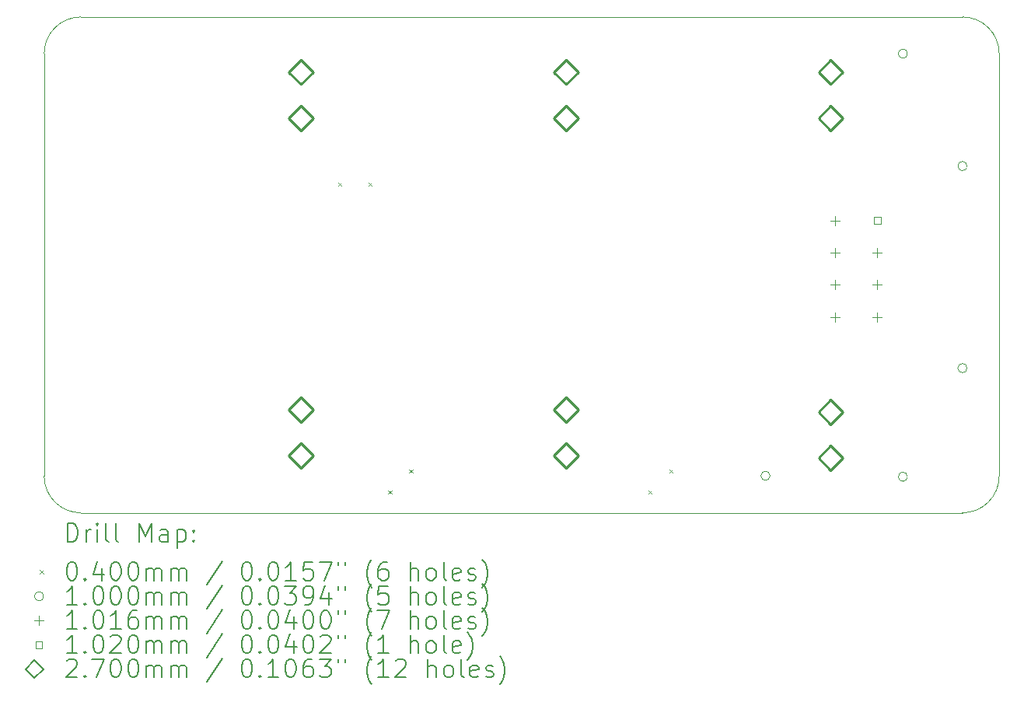
<source format=gbr>
%TF.GenerationSoftware,KiCad,Pcbnew,7.0.7*%
%TF.CreationDate,2024-03-23T22:08:52-05:00*%
%TF.ProjectId,Turret,54757272-6574-42e6-9b69-6361645f7063,rev?*%
%TF.SameCoordinates,Original*%
%TF.FileFunction,Drillmap*%
%TF.FilePolarity,Positive*%
%FSLAX45Y45*%
G04 Gerber Fmt 4.5, Leading zero omitted, Abs format (unit mm)*
G04 Created by KiCad (PCBNEW 7.0.7) date 2024-03-23 22:08:52*
%MOMM*%
%LPD*%
G01*
G04 APERTURE LIST*
%ADD10C,0.100000*%
%ADD11C,0.200000*%
%ADD12C,0.040000*%
%ADD13C,0.101600*%
%ADD14C,0.102000*%
%ADD15C,0.270000*%
G04 APERTURE END LIST*
D10*
X4045000Y-8410000D02*
X4045000Y-3810000D01*
X14445000Y-3810000D02*
X14445000Y-8410000D01*
X4445000Y-3410000D02*
G75*
G03*
X4045000Y-3810000I0J-400000D01*
G01*
X14045000Y-8810000D02*
X4445000Y-8810000D01*
X4445000Y-3410000D02*
X14045000Y-3410000D01*
X14045000Y-8810000D02*
G75*
G03*
X14445000Y-8410000I0J400000D01*
G01*
X4045000Y-8410000D02*
G75*
G03*
X4445000Y-8810000I400000J0D01*
G01*
X14445000Y-3810000D02*
G75*
G03*
X14045000Y-3410000I-400000J0D01*
G01*
D11*
D12*
X7244400Y-5212400D02*
X7284400Y-5252400D01*
X7284400Y-5212400D02*
X7244400Y-5252400D01*
X7574600Y-5212400D02*
X7614600Y-5252400D01*
X7614600Y-5212400D02*
X7574600Y-5252400D01*
X7790500Y-8565200D02*
X7830500Y-8605200D01*
X7830500Y-8565200D02*
X7790500Y-8605200D01*
X8019100Y-8336600D02*
X8059100Y-8376600D01*
X8059100Y-8336600D02*
X8019100Y-8376600D01*
X10622600Y-8565200D02*
X10662600Y-8605200D01*
X10662600Y-8565200D02*
X10622600Y-8605200D01*
X10851200Y-8336600D02*
X10891200Y-8376600D01*
X10891200Y-8336600D02*
X10851200Y-8376600D01*
D10*
X11949900Y-8407400D02*
G75*
G03*
X11949900Y-8407400I-50000J0D01*
G01*
X13445960Y-3810000D02*
G75*
G03*
X13445960Y-3810000I-50000J0D01*
G01*
X13445960Y-8417560D02*
G75*
G03*
X13445960Y-8417560I-50000J0D01*
G01*
X14095000Y-5034280D02*
G75*
G03*
X14095000Y-5034280I-50000J0D01*
G01*
X14095000Y-7233920D02*
G75*
G03*
X14095000Y-7233920I-50000J0D01*
G01*
D13*
X12658800Y-5575800D02*
X12658800Y-5677400D01*
X12608000Y-5626600D02*
X12709600Y-5626600D01*
X12658800Y-5925800D02*
X12658800Y-6027400D01*
X12608000Y-5976600D02*
X12709600Y-5976600D01*
X12658800Y-6275800D02*
X12658800Y-6377400D01*
X12608000Y-6326600D02*
X12709600Y-6326600D01*
X12658800Y-6625800D02*
X12658800Y-6727400D01*
X12608000Y-6676600D02*
X12709600Y-6676600D01*
X13118800Y-5925800D02*
X13118800Y-6027400D01*
X13068000Y-5976600D02*
X13169600Y-5976600D01*
X13118800Y-6275800D02*
X13118800Y-6377400D01*
X13068000Y-6326600D02*
X13169600Y-6326600D01*
X13118800Y-6625800D02*
X13118800Y-6727400D01*
X13068000Y-6676600D02*
X13169600Y-6676600D01*
D14*
X13154863Y-5662663D02*
X13154863Y-5590537D01*
X13082737Y-5590537D01*
X13082737Y-5662663D01*
X13154863Y-5662663D01*
D15*
X6839360Y-4144000D02*
X6974360Y-4009000D01*
X6839360Y-3874000D01*
X6704360Y-4009000D01*
X6839360Y-4144000D01*
X6839360Y-4644000D02*
X6974360Y-4509000D01*
X6839360Y-4374000D01*
X6704360Y-4509000D01*
X6839360Y-4644000D01*
X6839360Y-7822700D02*
X6974360Y-7687700D01*
X6839360Y-7552700D01*
X6704360Y-7687700D01*
X6839360Y-7822700D01*
X6839360Y-8322700D02*
X6974360Y-8187700D01*
X6839360Y-8052700D01*
X6704360Y-8187700D01*
X6839360Y-8322700D01*
X9725080Y-4144000D02*
X9860080Y-4009000D01*
X9725080Y-3874000D01*
X9590080Y-4009000D01*
X9725080Y-4144000D01*
X9725080Y-4644000D02*
X9860080Y-4509000D01*
X9725080Y-4374000D01*
X9590080Y-4509000D01*
X9725080Y-4644000D01*
X9725080Y-7822700D02*
X9860080Y-7687700D01*
X9725080Y-7552700D01*
X9590080Y-7687700D01*
X9725080Y-7822700D01*
X9725080Y-8322700D02*
X9860080Y-8187700D01*
X9725080Y-8052700D01*
X9590080Y-8187700D01*
X9725080Y-8322700D01*
X12610800Y-4144000D02*
X12745800Y-4009000D01*
X12610800Y-3874000D01*
X12475800Y-4009000D01*
X12610800Y-4144000D01*
X12610800Y-4644000D02*
X12745800Y-4509000D01*
X12610800Y-4374000D01*
X12475800Y-4509000D01*
X12610800Y-4644000D01*
X12610800Y-7848400D02*
X12745800Y-7713400D01*
X12610800Y-7578400D01*
X12475800Y-7713400D01*
X12610800Y-7848400D01*
X12610800Y-8348400D02*
X12745800Y-8213400D01*
X12610800Y-8078400D01*
X12475800Y-8213400D01*
X12610800Y-8348400D01*
D11*
X4300777Y-9126484D02*
X4300777Y-8926484D01*
X4300777Y-8926484D02*
X4348396Y-8926484D01*
X4348396Y-8926484D02*
X4376967Y-8936008D01*
X4376967Y-8936008D02*
X4396015Y-8955055D01*
X4396015Y-8955055D02*
X4405539Y-8974103D01*
X4405539Y-8974103D02*
X4415063Y-9012198D01*
X4415063Y-9012198D02*
X4415063Y-9040770D01*
X4415063Y-9040770D02*
X4405539Y-9078865D01*
X4405539Y-9078865D02*
X4396015Y-9097912D01*
X4396015Y-9097912D02*
X4376967Y-9116960D01*
X4376967Y-9116960D02*
X4348396Y-9126484D01*
X4348396Y-9126484D02*
X4300777Y-9126484D01*
X4500777Y-9126484D02*
X4500777Y-8993150D01*
X4500777Y-9031246D02*
X4510301Y-9012198D01*
X4510301Y-9012198D02*
X4519824Y-9002674D01*
X4519824Y-9002674D02*
X4538872Y-8993150D01*
X4538872Y-8993150D02*
X4557920Y-8993150D01*
X4624586Y-9126484D02*
X4624586Y-8993150D01*
X4624586Y-8926484D02*
X4615063Y-8936008D01*
X4615063Y-8936008D02*
X4624586Y-8945531D01*
X4624586Y-8945531D02*
X4634110Y-8936008D01*
X4634110Y-8936008D02*
X4624586Y-8926484D01*
X4624586Y-8926484D02*
X4624586Y-8945531D01*
X4748396Y-9126484D02*
X4729348Y-9116960D01*
X4729348Y-9116960D02*
X4719824Y-9097912D01*
X4719824Y-9097912D02*
X4719824Y-8926484D01*
X4853158Y-9126484D02*
X4834110Y-9116960D01*
X4834110Y-9116960D02*
X4824586Y-9097912D01*
X4824586Y-9097912D02*
X4824586Y-8926484D01*
X5081729Y-9126484D02*
X5081729Y-8926484D01*
X5081729Y-8926484D02*
X5148396Y-9069341D01*
X5148396Y-9069341D02*
X5215063Y-8926484D01*
X5215063Y-8926484D02*
X5215063Y-9126484D01*
X5396015Y-9126484D02*
X5396015Y-9021722D01*
X5396015Y-9021722D02*
X5386491Y-9002674D01*
X5386491Y-9002674D02*
X5367444Y-8993150D01*
X5367444Y-8993150D02*
X5329348Y-8993150D01*
X5329348Y-8993150D02*
X5310301Y-9002674D01*
X5396015Y-9116960D02*
X5376967Y-9126484D01*
X5376967Y-9126484D02*
X5329348Y-9126484D01*
X5329348Y-9126484D02*
X5310301Y-9116960D01*
X5310301Y-9116960D02*
X5300777Y-9097912D01*
X5300777Y-9097912D02*
X5300777Y-9078865D01*
X5300777Y-9078865D02*
X5310301Y-9059817D01*
X5310301Y-9059817D02*
X5329348Y-9050293D01*
X5329348Y-9050293D02*
X5376967Y-9050293D01*
X5376967Y-9050293D02*
X5396015Y-9040770D01*
X5491253Y-8993150D02*
X5491253Y-9193150D01*
X5491253Y-9002674D02*
X5510301Y-8993150D01*
X5510301Y-8993150D02*
X5548396Y-8993150D01*
X5548396Y-8993150D02*
X5567444Y-9002674D01*
X5567444Y-9002674D02*
X5576967Y-9012198D01*
X5576967Y-9012198D02*
X5586491Y-9031246D01*
X5586491Y-9031246D02*
X5586491Y-9088389D01*
X5586491Y-9088389D02*
X5576967Y-9107436D01*
X5576967Y-9107436D02*
X5567444Y-9116960D01*
X5567444Y-9116960D02*
X5548396Y-9126484D01*
X5548396Y-9126484D02*
X5510301Y-9126484D01*
X5510301Y-9126484D02*
X5491253Y-9116960D01*
X5672205Y-9107436D02*
X5681729Y-9116960D01*
X5681729Y-9116960D02*
X5672205Y-9126484D01*
X5672205Y-9126484D02*
X5662682Y-9116960D01*
X5662682Y-9116960D02*
X5672205Y-9107436D01*
X5672205Y-9107436D02*
X5672205Y-9126484D01*
X5672205Y-9002674D02*
X5681729Y-9012198D01*
X5681729Y-9012198D02*
X5672205Y-9021722D01*
X5672205Y-9021722D02*
X5662682Y-9012198D01*
X5662682Y-9012198D02*
X5672205Y-9002674D01*
X5672205Y-9002674D02*
X5672205Y-9021722D01*
D12*
X4000000Y-9435000D02*
X4040000Y-9475000D01*
X4040000Y-9435000D02*
X4000000Y-9475000D01*
D11*
X4338872Y-9346484D02*
X4357920Y-9346484D01*
X4357920Y-9346484D02*
X4376967Y-9356008D01*
X4376967Y-9356008D02*
X4386491Y-9365531D01*
X4386491Y-9365531D02*
X4396015Y-9384579D01*
X4396015Y-9384579D02*
X4405539Y-9422674D01*
X4405539Y-9422674D02*
X4405539Y-9470293D01*
X4405539Y-9470293D02*
X4396015Y-9508389D01*
X4396015Y-9508389D02*
X4386491Y-9527436D01*
X4386491Y-9527436D02*
X4376967Y-9536960D01*
X4376967Y-9536960D02*
X4357920Y-9546484D01*
X4357920Y-9546484D02*
X4338872Y-9546484D01*
X4338872Y-9546484D02*
X4319824Y-9536960D01*
X4319824Y-9536960D02*
X4310301Y-9527436D01*
X4310301Y-9527436D02*
X4300777Y-9508389D01*
X4300777Y-9508389D02*
X4291253Y-9470293D01*
X4291253Y-9470293D02*
X4291253Y-9422674D01*
X4291253Y-9422674D02*
X4300777Y-9384579D01*
X4300777Y-9384579D02*
X4310301Y-9365531D01*
X4310301Y-9365531D02*
X4319824Y-9356008D01*
X4319824Y-9356008D02*
X4338872Y-9346484D01*
X4491253Y-9527436D02*
X4500777Y-9536960D01*
X4500777Y-9536960D02*
X4491253Y-9546484D01*
X4491253Y-9546484D02*
X4481729Y-9536960D01*
X4481729Y-9536960D02*
X4491253Y-9527436D01*
X4491253Y-9527436D02*
X4491253Y-9546484D01*
X4672205Y-9413150D02*
X4672205Y-9546484D01*
X4624586Y-9336960D02*
X4576967Y-9479817D01*
X4576967Y-9479817D02*
X4700777Y-9479817D01*
X4815063Y-9346484D02*
X4834110Y-9346484D01*
X4834110Y-9346484D02*
X4853158Y-9356008D01*
X4853158Y-9356008D02*
X4862682Y-9365531D01*
X4862682Y-9365531D02*
X4872205Y-9384579D01*
X4872205Y-9384579D02*
X4881729Y-9422674D01*
X4881729Y-9422674D02*
X4881729Y-9470293D01*
X4881729Y-9470293D02*
X4872205Y-9508389D01*
X4872205Y-9508389D02*
X4862682Y-9527436D01*
X4862682Y-9527436D02*
X4853158Y-9536960D01*
X4853158Y-9536960D02*
X4834110Y-9546484D01*
X4834110Y-9546484D02*
X4815063Y-9546484D01*
X4815063Y-9546484D02*
X4796015Y-9536960D01*
X4796015Y-9536960D02*
X4786491Y-9527436D01*
X4786491Y-9527436D02*
X4776967Y-9508389D01*
X4776967Y-9508389D02*
X4767444Y-9470293D01*
X4767444Y-9470293D02*
X4767444Y-9422674D01*
X4767444Y-9422674D02*
X4776967Y-9384579D01*
X4776967Y-9384579D02*
X4786491Y-9365531D01*
X4786491Y-9365531D02*
X4796015Y-9356008D01*
X4796015Y-9356008D02*
X4815063Y-9346484D01*
X5005539Y-9346484D02*
X5024586Y-9346484D01*
X5024586Y-9346484D02*
X5043634Y-9356008D01*
X5043634Y-9356008D02*
X5053158Y-9365531D01*
X5053158Y-9365531D02*
X5062682Y-9384579D01*
X5062682Y-9384579D02*
X5072205Y-9422674D01*
X5072205Y-9422674D02*
X5072205Y-9470293D01*
X5072205Y-9470293D02*
X5062682Y-9508389D01*
X5062682Y-9508389D02*
X5053158Y-9527436D01*
X5053158Y-9527436D02*
X5043634Y-9536960D01*
X5043634Y-9536960D02*
X5024586Y-9546484D01*
X5024586Y-9546484D02*
X5005539Y-9546484D01*
X5005539Y-9546484D02*
X4986491Y-9536960D01*
X4986491Y-9536960D02*
X4976967Y-9527436D01*
X4976967Y-9527436D02*
X4967444Y-9508389D01*
X4967444Y-9508389D02*
X4957920Y-9470293D01*
X4957920Y-9470293D02*
X4957920Y-9422674D01*
X4957920Y-9422674D02*
X4967444Y-9384579D01*
X4967444Y-9384579D02*
X4976967Y-9365531D01*
X4976967Y-9365531D02*
X4986491Y-9356008D01*
X4986491Y-9356008D02*
X5005539Y-9346484D01*
X5157920Y-9546484D02*
X5157920Y-9413150D01*
X5157920Y-9432198D02*
X5167444Y-9422674D01*
X5167444Y-9422674D02*
X5186491Y-9413150D01*
X5186491Y-9413150D02*
X5215063Y-9413150D01*
X5215063Y-9413150D02*
X5234110Y-9422674D01*
X5234110Y-9422674D02*
X5243634Y-9441722D01*
X5243634Y-9441722D02*
X5243634Y-9546484D01*
X5243634Y-9441722D02*
X5253158Y-9422674D01*
X5253158Y-9422674D02*
X5272205Y-9413150D01*
X5272205Y-9413150D02*
X5300777Y-9413150D01*
X5300777Y-9413150D02*
X5319825Y-9422674D01*
X5319825Y-9422674D02*
X5329348Y-9441722D01*
X5329348Y-9441722D02*
X5329348Y-9546484D01*
X5424586Y-9546484D02*
X5424586Y-9413150D01*
X5424586Y-9432198D02*
X5434110Y-9422674D01*
X5434110Y-9422674D02*
X5453158Y-9413150D01*
X5453158Y-9413150D02*
X5481729Y-9413150D01*
X5481729Y-9413150D02*
X5500777Y-9422674D01*
X5500777Y-9422674D02*
X5510301Y-9441722D01*
X5510301Y-9441722D02*
X5510301Y-9546484D01*
X5510301Y-9441722D02*
X5519825Y-9422674D01*
X5519825Y-9422674D02*
X5538872Y-9413150D01*
X5538872Y-9413150D02*
X5567444Y-9413150D01*
X5567444Y-9413150D02*
X5586491Y-9422674D01*
X5586491Y-9422674D02*
X5596015Y-9441722D01*
X5596015Y-9441722D02*
X5596015Y-9546484D01*
X5986491Y-9336960D02*
X5815063Y-9594103D01*
X6243634Y-9346484D02*
X6262682Y-9346484D01*
X6262682Y-9346484D02*
X6281729Y-9356008D01*
X6281729Y-9356008D02*
X6291253Y-9365531D01*
X6291253Y-9365531D02*
X6300777Y-9384579D01*
X6300777Y-9384579D02*
X6310301Y-9422674D01*
X6310301Y-9422674D02*
X6310301Y-9470293D01*
X6310301Y-9470293D02*
X6300777Y-9508389D01*
X6300777Y-9508389D02*
X6291253Y-9527436D01*
X6291253Y-9527436D02*
X6281729Y-9536960D01*
X6281729Y-9536960D02*
X6262682Y-9546484D01*
X6262682Y-9546484D02*
X6243634Y-9546484D01*
X6243634Y-9546484D02*
X6224586Y-9536960D01*
X6224586Y-9536960D02*
X6215063Y-9527436D01*
X6215063Y-9527436D02*
X6205539Y-9508389D01*
X6205539Y-9508389D02*
X6196015Y-9470293D01*
X6196015Y-9470293D02*
X6196015Y-9422674D01*
X6196015Y-9422674D02*
X6205539Y-9384579D01*
X6205539Y-9384579D02*
X6215063Y-9365531D01*
X6215063Y-9365531D02*
X6224586Y-9356008D01*
X6224586Y-9356008D02*
X6243634Y-9346484D01*
X6396015Y-9527436D02*
X6405539Y-9536960D01*
X6405539Y-9536960D02*
X6396015Y-9546484D01*
X6396015Y-9546484D02*
X6386491Y-9536960D01*
X6386491Y-9536960D02*
X6396015Y-9527436D01*
X6396015Y-9527436D02*
X6396015Y-9546484D01*
X6529348Y-9346484D02*
X6548396Y-9346484D01*
X6548396Y-9346484D02*
X6567444Y-9356008D01*
X6567444Y-9356008D02*
X6576967Y-9365531D01*
X6576967Y-9365531D02*
X6586491Y-9384579D01*
X6586491Y-9384579D02*
X6596015Y-9422674D01*
X6596015Y-9422674D02*
X6596015Y-9470293D01*
X6596015Y-9470293D02*
X6586491Y-9508389D01*
X6586491Y-9508389D02*
X6576967Y-9527436D01*
X6576967Y-9527436D02*
X6567444Y-9536960D01*
X6567444Y-9536960D02*
X6548396Y-9546484D01*
X6548396Y-9546484D02*
X6529348Y-9546484D01*
X6529348Y-9546484D02*
X6510301Y-9536960D01*
X6510301Y-9536960D02*
X6500777Y-9527436D01*
X6500777Y-9527436D02*
X6491253Y-9508389D01*
X6491253Y-9508389D02*
X6481729Y-9470293D01*
X6481729Y-9470293D02*
X6481729Y-9422674D01*
X6481729Y-9422674D02*
X6491253Y-9384579D01*
X6491253Y-9384579D02*
X6500777Y-9365531D01*
X6500777Y-9365531D02*
X6510301Y-9356008D01*
X6510301Y-9356008D02*
X6529348Y-9346484D01*
X6786491Y-9546484D02*
X6672206Y-9546484D01*
X6729348Y-9546484D02*
X6729348Y-9346484D01*
X6729348Y-9346484D02*
X6710301Y-9375055D01*
X6710301Y-9375055D02*
X6691253Y-9394103D01*
X6691253Y-9394103D02*
X6672206Y-9403627D01*
X6967444Y-9346484D02*
X6872206Y-9346484D01*
X6872206Y-9346484D02*
X6862682Y-9441722D01*
X6862682Y-9441722D02*
X6872206Y-9432198D01*
X6872206Y-9432198D02*
X6891253Y-9422674D01*
X6891253Y-9422674D02*
X6938872Y-9422674D01*
X6938872Y-9422674D02*
X6957920Y-9432198D01*
X6957920Y-9432198D02*
X6967444Y-9441722D01*
X6967444Y-9441722D02*
X6976967Y-9460770D01*
X6976967Y-9460770D02*
X6976967Y-9508389D01*
X6976967Y-9508389D02*
X6967444Y-9527436D01*
X6967444Y-9527436D02*
X6957920Y-9536960D01*
X6957920Y-9536960D02*
X6938872Y-9546484D01*
X6938872Y-9546484D02*
X6891253Y-9546484D01*
X6891253Y-9546484D02*
X6872206Y-9536960D01*
X6872206Y-9536960D02*
X6862682Y-9527436D01*
X7043634Y-9346484D02*
X7176967Y-9346484D01*
X7176967Y-9346484D02*
X7091253Y-9546484D01*
X7243634Y-9346484D02*
X7243634Y-9384579D01*
X7319825Y-9346484D02*
X7319825Y-9384579D01*
X7615063Y-9622674D02*
X7605539Y-9613150D01*
X7605539Y-9613150D02*
X7586491Y-9584579D01*
X7586491Y-9584579D02*
X7576968Y-9565531D01*
X7576968Y-9565531D02*
X7567444Y-9536960D01*
X7567444Y-9536960D02*
X7557920Y-9489341D01*
X7557920Y-9489341D02*
X7557920Y-9451246D01*
X7557920Y-9451246D02*
X7567444Y-9403627D01*
X7567444Y-9403627D02*
X7576968Y-9375055D01*
X7576968Y-9375055D02*
X7586491Y-9356008D01*
X7586491Y-9356008D02*
X7605539Y-9327436D01*
X7605539Y-9327436D02*
X7615063Y-9317912D01*
X7776968Y-9346484D02*
X7738872Y-9346484D01*
X7738872Y-9346484D02*
X7719825Y-9356008D01*
X7719825Y-9356008D02*
X7710301Y-9365531D01*
X7710301Y-9365531D02*
X7691253Y-9394103D01*
X7691253Y-9394103D02*
X7681729Y-9432198D01*
X7681729Y-9432198D02*
X7681729Y-9508389D01*
X7681729Y-9508389D02*
X7691253Y-9527436D01*
X7691253Y-9527436D02*
X7700777Y-9536960D01*
X7700777Y-9536960D02*
X7719825Y-9546484D01*
X7719825Y-9546484D02*
X7757920Y-9546484D01*
X7757920Y-9546484D02*
X7776968Y-9536960D01*
X7776968Y-9536960D02*
X7786491Y-9527436D01*
X7786491Y-9527436D02*
X7796015Y-9508389D01*
X7796015Y-9508389D02*
X7796015Y-9460770D01*
X7796015Y-9460770D02*
X7786491Y-9441722D01*
X7786491Y-9441722D02*
X7776968Y-9432198D01*
X7776968Y-9432198D02*
X7757920Y-9422674D01*
X7757920Y-9422674D02*
X7719825Y-9422674D01*
X7719825Y-9422674D02*
X7700777Y-9432198D01*
X7700777Y-9432198D02*
X7691253Y-9441722D01*
X7691253Y-9441722D02*
X7681729Y-9460770D01*
X8034110Y-9546484D02*
X8034110Y-9346484D01*
X8119825Y-9546484D02*
X8119825Y-9441722D01*
X8119825Y-9441722D02*
X8110301Y-9422674D01*
X8110301Y-9422674D02*
X8091253Y-9413150D01*
X8091253Y-9413150D02*
X8062682Y-9413150D01*
X8062682Y-9413150D02*
X8043634Y-9422674D01*
X8043634Y-9422674D02*
X8034110Y-9432198D01*
X8243634Y-9546484D02*
X8224587Y-9536960D01*
X8224587Y-9536960D02*
X8215063Y-9527436D01*
X8215063Y-9527436D02*
X8205539Y-9508389D01*
X8205539Y-9508389D02*
X8205539Y-9451246D01*
X8205539Y-9451246D02*
X8215063Y-9432198D01*
X8215063Y-9432198D02*
X8224587Y-9422674D01*
X8224587Y-9422674D02*
X8243634Y-9413150D01*
X8243634Y-9413150D02*
X8272206Y-9413150D01*
X8272206Y-9413150D02*
X8291253Y-9422674D01*
X8291253Y-9422674D02*
X8300777Y-9432198D01*
X8300777Y-9432198D02*
X8310301Y-9451246D01*
X8310301Y-9451246D02*
X8310301Y-9508389D01*
X8310301Y-9508389D02*
X8300777Y-9527436D01*
X8300777Y-9527436D02*
X8291253Y-9536960D01*
X8291253Y-9536960D02*
X8272206Y-9546484D01*
X8272206Y-9546484D02*
X8243634Y-9546484D01*
X8424587Y-9546484D02*
X8405539Y-9536960D01*
X8405539Y-9536960D02*
X8396015Y-9517912D01*
X8396015Y-9517912D02*
X8396015Y-9346484D01*
X8576968Y-9536960D02*
X8557920Y-9546484D01*
X8557920Y-9546484D02*
X8519825Y-9546484D01*
X8519825Y-9546484D02*
X8500777Y-9536960D01*
X8500777Y-9536960D02*
X8491253Y-9517912D01*
X8491253Y-9517912D02*
X8491253Y-9441722D01*
X8491253Y-9441722D02*
X8500777Y-9422674D01*
X8500777Y-9422674D02*
X8519825Y-9413150D01*
X8519825Y-9413150D02*
X8557920Y-9413150D01*
X8557920Y-9413150D02*
X8576968Y-9422674D01*
X8576968Y-9422674D02*
X8586492Y-9441722D01*
X8586492Y-9441722D02*
X8586492Y-9460770D01*
X8586492Y-9460770D02*
X8491253Y-9479817D01*
X8662682Y-9536960D02*
X8681730Y-9546484D01*
X8681730Y-9546484D02*
X8719825Y-9546484D01*
X8719825Y-9546484D02*
X8738873Y-9536960D01*
X8738873Y-9536960D02*
X8748396Y-9517912D01*
X8748396Y-9517912D02*
X8748396Y-9508389D01*
X8748396Y-9508389D02*
X8738873Y-9489341D01*
X8738873Y-9489341D02*
X8719825Y-9479817D01*
X8719825Y-9479817D02*
X8691253Y-9479817D01*
X8691253Y-9479817D02*
X8672206Y-9470293D01*
X8672206Y-9470293D02*
X8662682Y-9451246D01*
X8662682Y-9451246D02*
X8662682Y-9441722D01*
X8662682Y-9441722D02*
X8672206Y-9422674D01*
X8672206Y-9422674D02*
X8691253Y-9413150D01*
X8691253Y-9413150D02*
X8719825Y-9413150D01*
X8719825Y-9413150D02*
X8738873Y-9422674D01*
X8815063Y-9622674D02*
X8824587Y-9613150D01*
X8824587Y-9613150D02*
X8843634Y-9584579D01*
X8843634Y-9584579D02*
X8853158Y-9565531D01*
X8853158Y-9565531D02*
X8862682Y-9536960D01*
X8862682Y-9536960D02*
X8872206Y-9489341D01*
X8872206Y-9489341D02*
X8872206Y-9451246D01*
X8872206Y-9451246D02*
X8862682Y-9403627D01*
X8862682Y-9403627D02*
X8853158Y-9375055D01*
X8853158Y-9375055D02*
X8843634Y-9356008D01*
X8843634Y-9356008D02*
X8824587Y-9327436D01*
X8824587Y-9327436D02*
X8815063Y-9317912D01*
D10*
X4040000Y-9719000D02*
G75*
G03*
X4040000Y-9719000I-50000J0D01*
G01*
D11*
X4405539Y-9810484D02*
X4291253Y-9810484D01*
X4348396Y-9810484D02*
X4348396Y-9610484D01*
X4348396Y-9610484D02*
X4329348Y-9639055D01*
X4329348Y-9639055D02*
X4310301Y-9658103D01*
X4310301Y-9658103D02*
X4291253Y-9667627D01*
X4491253Y-9791436D02*
X4500777Y-9800960D01*
X4500777Y-9800960D02*
X4491253Y-9810484D01*
X4491253Y-9810484D02*
X4481729Y-9800960D01*
X4481729Y-9800960D02*
X4491253Y-9791436D01*
X4491253Y-9791436D02*
X4491253Y-9810484D01*
X4624586Y-9610484D02*
X4643634Y-9610484D01*
X4643634Y-9610484D02*
X4662682Y-9620008D01*
X4662682Y-9620008D02*
X4672205Y-9629531D01*
X4672205Y-9629531D02*
X4681729Y-9648579D01*
X4681729Y-9648579D02*
X4691253Y-9686674D01*
X4691253Y-9686674D02*
X4691253Y-9734293D01*
X4691253Y-9734293D02*
X4681729Y-9772389D01*
X4681729Y-9772389D02*
X4672205Y-9791436D01*
X4672205Y-9791436D02*
X4662682Y-9800960D01*
X4662682Y-9800960D02*
X4643634Y-9810484D01*
X4643634Y-9810484D02*
X4624586Y-9810484D01*
X4624586Y-9810484D02*
X4605539Y-9800960D01*
X4605539Y-9800960D02*
X4596015Y-9791436D01*
X4596015Y-9791436D02*
X4586491Y-9772389D01*
X4586491Y-9772389D02*
X4576967Y-9734293D01*
X4576967Y-9734293D02*
X4576967Y-9686674D01*
X4576967Y-9686674D02*
X4586491Y-9648579D01*
X4586491Y-9648579D02*
X4596015Y-9629531D01*
X4596015Y-9629531D02*
X4605539Y-9620008D01*
X4605539Y-9620008D02*
X4624586Y-9610484D01*
X4815063Y-9610484D02*
X4834110Y-9610484D01*
X4834110Y-9610484D02*
X4853158Y-9620008D01*
X4853158Y-9620008D02*
X4862682Y-9629531D01*
X4862682Y-9629531D02*
X4872205Y-9648579D01*
X4872205Y-9648579D02*
X4881729Y-9686674D01*
X4881729Y-9686674D02*
X4881729Y-9734293D01*
X4881729Y-9734293D02*
X4872205Y-9772389D01*
X4872205Y-9772389D02*
X4862682Y-9791436D01*
X4862682Y-9791436D02*
X4853158Y-9800960D01*
X4853158Y-9800960D02*
X4834110Y-9810484D01*
X4834110Y-9810484D02*
X4815063Y-9810484D01*
X4815063Y-9810484D02*
X4796015Y-9800960D01*
X4796015Y-9800960D02*
X4786491Y-9791436D01*
X4786491Y-9791436D02*
X4776967Y-9772389D01*
X4776967Y-9772389D02*
X4767444Y-9734293D01*
X4767444Y-9734293D02*
X4767444Y-9686674D01*
X4767444Y-9686674D02*
X4776967Y-9648579D01*
X4776967Y-9648579D02*
X4786491Y-9629531D01*
X4786491Y-9629531D02*
X4796015Y-9620008D01*
X4796015Y-9620008D02*
X4815063Y-9610484D01*
X5005539Y-9610484D02*
X5024586Y-9610484D01*
X5024586Y-9610484D02*
X5043634Y-9620008D01*
X5043634Y-9620008D02*
X5053158Y-9629531D01*
X5053158Y-9629531D02*
X5062682Y-9648579D01*
X5062682Y-9648579D02*
X5072205Y-9686674D01*
X5072205Y-9686674D02*
X5072205Y-9734293D01*
X5072205Y-9734293D02*
X5062682Y-9772389D01*
X5062682Y-9772389D02*
X5053158Y-9791436D01*
X5053158Y-9791436D02*
X5043634Y-9800960D01*
X5043634Y-9800960D02*
X5024586Y-9810484D01*
X5024586Y-9810484D02*
X5005539Y-9810484D01*
X5005539Y-9810484D02*
X4986491Y-9800960D01*
X4986491Y-9800960D02*
X4976967Y-9791436D01*
X4976967Y-9791436D02*
X4967444Y-9772389D01*
X4967444Y-9772389D02*
X4957920Y-9734293D01*
X4957920Y-9734293D02*
X4957920Y-9686674D01*
X4957920Y-9686674D02*
X4967444Y-9648579D01*
X4967444Y-9648579D02*
X4976967Y-9629531D01*
X4976967Y-9629531D02*
X4986491Y-9620008D01*
X4986491Y-9620008D02*
X5005539Y-9610484D01*
X5157920Y-9810484D02*
X5157920Y-9677150D01*
X5157920Y-9696198D02*
X5167444Y-9686674D01*
X5167444Y-9686674D02*
X5186491Y-9677150D01*
X5186491Y-9677150D02*
X5215063Y-9677150D01*
X5215063Y-9677150D02*
X5234110Y-9686674D01*
X5234110Y-9686674D02*
X5243634Y-9705722D01*
X5243634Y-9705722D02*
X5243634Y-9810484D01*
X5243634Y-9705722D02*
X5253158Y-9686674D01*
X5253158Y-9686674D02*
X5272205Y-9677150D01*
X5272205Y-9677150D02*
X5300777Y-9677150D01*
X5300777Y-9677150D02*
X5319825Y-9686674D01*
X5319825Y-9686674D02*
X5329348Y-9705722D01*
X5329348Y-9705722D02*
X5329348Y-9810484D01*
X5424586Y-9810484D02*
X5424586Y-9677150D01*
X5424586Y-9696198D02*
X5434110Y-9686674D01*
X5434110Y-9686674D02*
X5453158Y-9677150D01*
X5453158Y-9677150D02*
X5481729Y-9677150D01*
X5481729Y-9677150D02*
X5500777Y-9686674D01*
X5500777Y-9686674D02*
X5510301Y-9705722D01*
X5510301Y-9705722D02*
X5510301Y-9810484D01*
X5510301Y-9705722D02*
X5519825Y-9686674D01*
X5519825Y-9686674D02*
X5538872Y-9677150D01*
X5538872Y-9677150D02*
X5567444Y-9677150D01*
X5567444Y-9677150D02*
X5586491Y-9686674D01*
X5586491Y-9686674D02*
X5596015Y-9705722D01*
X5596015Y-9705722D02*
X5596015Y-9810484D01*
X5986491Y-9600960D02*
X5815063Y-9858103D01*
X6243634Y-9610484D02*
X6262682Y-9610484D01*
X6262682Y-9610484D02*
X6281729Y-9620008D01*
X6281729Y-9620008D02*
X6291253Y-9629531D01*
X6291253Y-9629531D02*
X6300777Y-9648579D01*
X6300777Y-9648579D02*
X6310301Y-9686674D01*
X6310301Y-9686674D02*
X6310301Y-9734293D01*
X6310301Y-9734293D02*
X6300777Y-9772389D01*
X6300777Y-9772389D02*
X6291253Y-9791436D01*
X6291253Y-9791436D02*
X6281729Y-9800960D01*
X6281729Y-9800960D02*
X6262682Y-9810484D01*
X6262682Y-9810484D02*
X6243634Y-9810484D01*
X6243634Y-9810484D02*
X6224586Y-9800960D01*
X6224586Y-9800960D02*
X6215063Y-9791436D01*
X6215063Y-9791436D02*
X6205539Y-9772389D01*
X6205539Y-9772389D02*
X6196015Y-9734293D01*
X6196015Y-9734293D02*
X6196015Y-9686674D01*
X6196015Y-9686674D02*
X6205539Y-9648579D01*
X6205539Y-9648579D02*
X6215063Y-9629531D01*
X6215063Y-9629531D02*
X6224586Y-9620008D01*
X6224586Y-9620008D02*
X6243634Y-9610484D01*
X6396015Y-9791436D02*
X6405539Y-9800960D01*
X6405539Y-9800960D02*
X6396015Y-9810484D01*
X6396015Y-9810484D02*
X6386491Y-9800960D01*
X6386491Y-9800960D02*
X6396015Y-9791436D01*
X6396015Y-9791436D02*
X6396015Y-9810484D01*
X6529348Y-9610484D02*
X6548396Y-9610484D01*
X6548396Y-9610484D02*
X6567444Y-9620008D01*
X6567444Y-9620008D02*
X6576967Y-9629531D01*
X6576967Y-9629531D02*
X6586491Y-9648579D01*
X6586491Y-9648579D02*
X6596015Y-9686674D01*
X6596015Y-9686674D02*
X6596015Y-9734293D01*
X6596015Y-9734293D02*
X6586491Y-9772389D01*
X6586491Y-9772389D02*
X6576967Y-9791436D01*
X6576967Y-9791436D02*
X6567444Y-9800960D01*
X6567444Y-9800960D02*
X6548396Y-9810484D01*
X6548396Y-9810484D02*
X6529348Y-9810484D01*
X6529348Y-9810484D02*
X6510301Y-9800960D01*
X6510301Y-9800960D02*
X6500777Y-9791436D01*
X6500777Y-9791436D02*
X6491253Y-9772389D01*
X6491253Y-9772389D02*
X6481729Y-9734293D01*
X6481729Y-9734293D02*
X6481729Y-9686674D01*
X6481729Y-9686674D02*
X6491253Y-9648579D01*
X6491253Y-9648579D02*
X6500777Y-9629531D01*
X6500777Y-9629531D02*
X6510301Y-9620008D01*
X6510301Y-9620008D02*
X6529348Y-9610484D01*
X6662682Y-9610484D02*
X6786491Y-9610484D01*
X6786491Y-9610484D02*
X6719825Y-9686674D01*
X6719825Y-9686674D02*
X6748396Y-9686674D01*
X6748396Y-9686674D02*
X6767444Y-9696198D01*
X6767444Y-9696198D02*
X6776967Y-9705722D01*
X6776967Y-9705722D02*
X6786491Y-9724770D01*
X6786491Y-9724770D02*
X6786491Y-9772389D01*
X6786491Y-9772389D02*
X6776967Y-9791436D01*
X6776967Y-9791436D02*
X6767444Y-9800960D01*
X6767444Y-9800960D02*
X6748396Y-9810484D01*
X6748396Y-9810484D02*
X6691253Y-9810484D01*
X6691253Y-9810484D02*
X6672206Y-9800960D01*
X6672206Y-9800960D02*
X6662682Y-9791436D01*
X6881729Y-9810484D02*
X6919825Y-9810484D01*
X6919825Y-9810484D02*
X6938872Y-9800960D01*
X6938872Y-9800960D02*
X6948396Y-9791436D01*
X6948396Y-9791436D02*
X6967444Y-9762865D01*
X6967444Y-9762865D02*
X6976967Y-9724770D01*
X6976967Y-9724770D02*
X6976967Y-9648579D01*
X6976967Y-9648579D02*
X6967444Y-9629531D01*
X6967444Y-9629531D02*
X6957920Y-9620008D01*
X6957920Y-9620008D02*
X6938872Y-9610484D01*
X6938872Y-9610484D02*
X6900777Y-9610484D01*
X6900777Y-9610484D02*
X6881729Y-9620008D01*
X6881729Y-9620008D02*
X6872206Y-9629531D01*
X6872206Y-9629531D02*
X6862682Y-9648579D01*
X6862682Y-9648579D02*
X6862682Y-9696198D01*
X6862682Y-9696198D02*
X6872206Y-9715246D01*
X6872206Y-9715246D02*
X6881729Y-9724770D01*
X6881729Y-9724770D02*
X6900777Y-9734293D01*
X6900777Y-9734293D02*
X6938872Y-9734293D01*
X6938872Y-9734293D02*
X6957920Y-9724770D01*
X6957920Y-9724770D02*
X6967444Y-9715246D01*
X6967444Y-9715246D02*
X6976967Y-9696198D01*
X7148396Y-9677150D02*
X7148396Y-9810484D01*
X7100777Y-9600960D02*
X7053158Y-9743817D01*
X7053158Y-9743817D02*
X7176967Y-9743817D01*
X7243634Y-9610484D02*
X7243634Y-9648579D01*
X7319825Y-9610484D02*
X7319825Y-9648579D01*
X7615063Y-9886674D02*
X7605539Y-9877150D01*
X7605539Y-9877150D02*
X7586491Y-9848579D01*
X7586491Y-9848579D02*
X7576968Y-9829531D01*
X7576968Y-9829531D02*
X7567444Y-9800960D01*
X7567444Y-9800960D02*
X7557920Y-9753341D01*
X7557920Y-9753341D02*
X7557920Y-9715246D01*
X7557920Y-9715246D02*
X7567444Y-9667627D01*
X7567444Y-9667627D02*
X7576968Y-9639055D01*
X7576968Y-9639055D02*
X7586491Y-9620008D01*
X7586491Y-9620008D02*
X7605539Y-9591436D01*
X7605539Y-9591436D02*
X7615063Y-9581912D01*
X7786491Y-9610484D02*
X7691253Y-9610484D01*
X7691253Y-9610484D02*
X7681729Y-9705722D01*
X7681729Y-9705722D02*
X7691253Y-9696198D01*
X7691253Y-9696198D02*
X7710301Y-9686674D01*
X7710301Y-9686674D02*
X7757920Y-9686674D01*
X7757920Y-9686674D02*
X7776968Y-9696198D01*
X7776968Y-9696198D02*
X7786491Y-9705722D01*
X7786491Y-9705722D02*
X7796015Y-9724770D01*
X7796015Y-9724770D02*
X7796015Y-9772389D01*
X7796015Y-9772389D02*
X7786491Y-9791436D01*
X7786491Y-9791436D02*
X7776968Y-9800960D01*
X7776968Y-9800960D02*
X7757920Y-9810484D01*
X7757920Y-9810484D02*
X7710301Y-9810484D01*
X7710301Y-9810484D02*
X7691253Y-9800960D01*
X7691253Y-9800960D02*
X7681729Y-9791436D01*
X8034110Y-9810484D02*
X8034110Y-9610484D01*
X8119825Y-9810484D02*
X8119825Y-9705722D01*
X8119825Y-9705722D02*
X8110301Y-9686674D01*
X8110301Y-9686674D02*
X8091253Y-9677150D01*
X8091253Y-9677150D02*
X8062682Y-9677150D01*
X8062682Y-9677150D02*
X8043634Y-9686674D01*
X8043634Y-9686674D02*
X8034110Y-9696198D01*
X8243634Y-9810484D02*
X8224587Y-9800960D01*
X8224587Y-9800960D02*
X8215063Y-9791436D01*
X8215063Y-9791436D02*
X8205539Y-9772389D01*
X8205539Y-9772389D02*
X8205539Y-9715246D01*
X8205539Y-9715246D02*
X8215063Y-9696198D01*
X8215063Y-9696198D02*
X8224587Y-9686674D01*
X8224587Y-9686674D02*
X8243634Y-9677150D01*
X8243634Y-9677150D02*
X8272206Y-9677150D01*
X8272206Y-9677150D02*
X8291253Y-9686674D01*
X8291253Y-9686674D02*
X8300777Y-9696198D01*
X8300777Y-9696198D02*
X8310301Y-9715246D01*
X8310301Y-9715246D02*
X8310301Y-9772389D01*
X8310301Y-9772389D02*
X8300777Y-9791436D01*
X8300777Y-9791436D02*
X8291253Y-9800960D01*
X8291253Y-9800960D02*
X8272206Y-9810484D01*
X8272206Y-9810484D02*
X8243634Y-9810484D01*
X8424587Y-9810484D02*
X8405539Y-9800960D01*
X8405539Y-9800960D02*
X8396015Y-9781912D01*
X8396015Y-9781912D02*
X8396015Y-9610484D01*
X8576968Y-9800960D02*
X8557920Y-9810484D01*
X8557920Y-9810484D02*
X8519825Y-9810484D01*
X8519825Y-9810484D02*
X8500777Y-9800960D01*
X8500777Y-9800960D02*
X8491253Y-9781912D01*
X8491253Y-9781912D02*
X8491253Y-9705722D01*
X8491253Y-9705722D02*
X8500777Y-9686674D01*
X8500777Y-9686674D02*
X8519825Y-9677150D01*
X8519825Y-9677150D02*
X8557920Y-9677150D01*
X8557920Y-9677150D02*
X8576968Y-9686674D01*
X8576968Y-9686674D02*
X8586492Y-9705722D01*
X8586492Y-9705722D02*
X8586492Y-9724770D01*
X8586492Y-9724770D02*
X8491253Y-9743817D01*
X8662682Y-9800960D02*
X8681730Y-9810484D01*
X8681730Y-9810484D02*
X8719825Y-9810484D01*
X8719825Y-9810484D02*
X8738873Y-9800960D01*
X8738873Y-9800960D02*
X8748396Y-9781912D01*
X8748396Y-9781912D02*
X8748396Y-9772389D01*
X8748396Y-9772389D02*
X8738873Y-9753341D01*
X8738873Y-9753341D02*
X8719825Y-9743817D01*
X8719825Y-9743817D02*
X8691253Y-9743817D01*
X8691253Y-9743817D02*
X8672206Y-9734293D01*
X8672206Y-9734293D02*
X8662682Y-9715246D01*
X8662682Y-9715246D02*
X8662682Y-9705722D01*
X8662682Y-9705722D02*
X8672206Y-9686674D01*
X8672206Y-9686674D02*
X8691253Y-9677150D01*
X8691253Y-9677150D02*
X8719825Y-9677150D01*
X8719825Y-9677150D02*
X8738873Y-9686674D01*
X8815063Y-9886674D02*
X8824587Y-9877150D01*
X8824587Y-9877150D02*
X8843634Y-9848579D01*
X8843634Y-9848579D02*
X8853158Y-9829531D01*
X8853158Y-9829531D02*
X8862682Y-9800960D01*
X8862682Y-9800960D02*
X8872206Y-9753341D01*
X8872206Y-9753341D02*
X8872206Y-9715246D01*
X8872206Y-9715246D02*
X8862682Y-9667627D01*
X8862682Y-9667627D02*
X8853158Y-9639055D01*
X8853158Y-9639055D02*
X8843634Y-9620008D01*
X8843634Y-9620008D02*
X8824587Y-9591436D01*
X8824587Y-9591436D02*
X8815063Y-9581912D01*
D13*
X3989200Y-9932200D02*
X3989200Y-10033800D01*
X3938400Y-9983000D02*
X4040000Y-9983000D01*
D11*
X4405539Y-10074484D02*
X4291253Y-10074484D01*
X4348396Y-10074484D02*
X4348396Y-9874484D01*
X4348396Y-9874484D02*
X4329348Y-9903055D01*
X4329348Y-9903055D02*
X4310301Y-9922103D01*
X4310301Y-9922103D02*
X4291253Y-9931627D01*
X4491253Y-10055436D02*
X4500777Y-10064960D01*
X4500777Y-10064960D02*
X4491253Y-10074484D01*
X4491253Y-10074484D02*
X4481729Y-10064960D01*
X4481729Y-10064960D02*
X4491253Y-10055436D01*
X4491253Y-10055436D02*
X4491253Y-10074484D01*
X4624586Y-9874484D02*
X4643634Y-9874484D01*
X4643634Y-9874484D02*
X4662682Y-9884008D01*
X4662682Y-9884008D02*
X4672205Y-9893531D01*
X4672205Y-9893531D02*
X4681729Y-9912579D01*
X4681729Y-9912579D02*
X4691253Y-9950674D01*
X4691253Y-9950674D02*
X4691253Y-9998293D01*
X4691253Y-9998293D02*
X4681729Y-10036389D01*
X4681729Y-10036389D02*
X4672205Y-10055436D01*
X4672205Y-10055436D02*
X4662682Y-10064960D01*
X4662682Y-10064960D02*
X4643634Y-10074484D01*
X4643634Y-10074484D02*
X4624586Y-10074484D01*
X4624586Y-10074484D02*
X4605539Y-10064960D01*
X4605539Y-10064960D02*
X4596015Y-10055436D01*
X4596015Y-10055436D02*
X4586491Y-10036389D01*
X4586491Y-10036389D02*
X4576967Y-9998293D01*
X4576967Y-9998293D02*
X4576967Y-9950674D01*
X4576967Y-9950674D02*
X4586491Y-9912579D01*
X4586491Y-9912579D02*
X4596015Y-9893531D01*
X4596015Y-9893531D02*
X4605539Y-9884008D01*
X4605539Y-9884008D02*
X4624586Y-9874484D01*
X4881729Y-10074484D02*
X4767444Y-10074484D01*
X4824586Y-10074484D02*
X4824586Y-9874484D01*
X4824586Y-9874484D02*
X4805539Y-9903055D01*
X4805539Y-9903055D02*
X4786491Y-9922103D01*
X4786491Y-9922103D02*
X4767444Y-9931627D01*
X5053158Y-9874484D02*
X5015063Y-9874484D01*
X5015063Y-9874484D02*
X4996015Y-9884008D01*
X4996015Y-9884008D02*
X4986491Y-9893531D01*
X4986491Y-9893531D02*
X4967444Y-9922103D01*
X4967444Y-9922103D02*
X4957920Y-9960198D01*
X4957920Y-9960198D02*
X4957920Y-10036389D01*
X4957920Y-10036389D02*
X4967444Y-10055436D01*
X4967444Y-10055436D02*
X4976967Y-10064960D01*
X4976967Y-10064960D02*
X4996015Y-10074484D01*
X4996015Y-10074484D02*
X5034110Y-10074484D01*
X5034110Y-10074484D02*
X5053158Y-10064960D01*
X5053158Y-10064960D02*
X5062682Y-10055436D01*
X5062682Y-10055436D02*
X5072205Y-10036389D01*
X5072205Y-10036389D02*
X5072205Y-9988770D01*
X5072205Y-9988770D02*
X5062682Y-9969722D01*
X5062682Y-9969722D02*
X5053158Y-9960198D01*
X5053158Y-9960198D02*
X5034110Y-9950674D01*
X5034110Y-9950674D02*
X4996015Y-9950674D01*
X4996015Y-9950674D02*
X4976967Y-9960198D01*
X4976967Y-9960198D02*
X4967444Y-9969722D01*
X4967444Y-9969722D02*
X4957920Y-9988770D01*
X5157920Y-10074484D02*
X5157920Y-9941150D01*
X5157920Y-9960198D02*
X5167444Y-9950674D01*
X5167444Y-9950674D02*
X5186491Y-9941150D01*
X5186491Y-9941150D02*
X5215063Y-9941150D01*
X5215063Y-9941150D02*
X5234110Y-9950674D01*
X5234110Y-9950674D02*
X5243634Y-9969722D01*
X5243634Y-9969722D02*
X5243634Y-10074484D01*
X5243634Y-9969722D02*
X5253158Y-9950674D01*
X5253158Y-9950674D02*
X5272205Y-9941150D01*
X5272205Y-9941150D02*
X5300777Y-9941150D01*
X5300777Y-9941150D02*
X5319825Y-9950674D01*
X5319825Y-9950674D02*
X5329348Y-9969722D01*
X5329348Y-9969722D02*
X5329348Y-10074484D01*
X5424586Y-10074484D02*
X5424586Y-9941150D01*
X5424586Y-9960198D02*
X5434110Y-9950674D01*
X5434110Y-9950674D02*
X5453158Y-9941150D01*
X5453158Y-9941150D02*
X5481729Y-9941150D01*
X5481729Y-9941150D02*
X5500777Y-9950674D01*
X5500777Y-9950674D02*
X5510301Y-9969722D01*
X5510301Y-9969722D02*
X5510301Y-10074484D01*
X5510301Y-9969722D02*
X5519825Y-9950674D01*
X5519825Y-9950674D02*
X5538872Y-9941150D01*
X5538872Y-9941150D02*
X5567444Y-9941150D01*
X5567444Y-9941150D02*
X5586491Y-9950674D01*
X5586491Y-9950674D02*
X5596015Y-9969722D01*
X5596015Y-9969722D02*
X5596015Y-10074484D01*
X5986491Y-9864960D02*
X5815063Y-10122103D01*
X6243634Y-9874484D02*
X6262682Y-9874484D01*
X6262682Y-9874484D02*
X6281729Y-9884008D01*
X6281729Y-9884008D02*
X6291253Y-9893531D01*
X6291253Y-9893531D02*
X6300777Y-9912579D01*
X6300777Y-9912579D02*
X6310301Y-9950674D01*
X6310301Y-9950674D02*
X6310301Y-9998293D01*
X6310301Y-9998293D02*
X6300777Y-10036389D01*
X6300777Y-10036389D02*
X6291253Y-10055436D01*
X6291253Y-10055436D02*
X6281729Y-10064960D01*
X6281729Y-10064960D02*
X6262682Y-10074484D01*
X6262682Y-10074484D02*
X6243634Y-10074484D01*
X6243634Y-10074484D02*
X6224586Y-10064960D01*
X6224586Y-10064960D02*
X6215063Y-10055436D01*
X6215063Y-10055436D02*
X6205539Y-10036389D01*
X6205539Y-10036389D02*
X6196015Y-9998293D01*
X6196015Y-9998293D02*
X6196015Y-9950674D01*
X6196015Y-9950674D02*
X6205539Y-9912579D01*
X6205539Y-9912579D02*
X6215063Y-9893531D01*
X6215063Y-9893531D02*
X6224586Y-9884008D01*
X6224586Y-9884008D02*
X6243634Y-9874484D01*
X6396015Y-10055436D02*
X6405539Y-10064960D01*
X6405539Y-10064960D02*
X6396015Y-10074484D01*
X6396015Y-10074484D02*
X6386491Y-10064960D01*
X6386491Y-10064960D02*
X6396015Y-10055436D01*
X6396015Y-10055436D02*
X6396015Y-10074484D01*
X6529348Y-9874484D02*
X6548396Y-9874484D01*
X6548396Y-9874484D02*
X6567444Y-9884008D01*
X6567444Y-9884008D02*
X6576967Y-9893531D01*
X6576967Y-9893531D02*
X6586491Y-9912579D01*
X6586491Y-9912579D02*
X6596015Y-9950674D01*
X6596015Y-9950674D02*
X6596015Y-9998293D01*
X6596015Y-9998293D02*
X6586491Y-10036389D01*
X6586491Y-10036389D02*
X6576967Y-10055436D01*
X6576967Y-10055436D02*
X6567444Y-10064960D01*
X6567444Y-10064960D02*
X6548396Y-10074484D01*
X6548396Y-10074484D02*
X6529348Y-10074484D01*
X6529348Y-10074484D02*
X6510301Y-10064960D01*
X6510301Y-10064960D02*
X6500777Y-10055436D01*
X6500777Y-10055436D02*
X6491253Y-10036389D01*
X6491253Y-10036389D02*
X6481729Y-9998293D01*
X6481729Y-9998293D02*
X6481729Y-9950674D01*
X6481729Y-9950674D02*
X6491253Y-9912579D01*
X6491253Y-9912579D02*
X6500777Y-9893531D01*
X6500777Y-9893531D02*
X6510301Y-9884008D01*
X6510301Y-9884008D02*
X6529348Y-9874484D01*
X6767444Y-9941150D02*
X6767444Y-10074484D01*
X6719825Y-9864960D02*
X6672206Y-10007817D01*
X6672206Y-10007817D02*
X6796015Y-10007817D01*
X6910301Y-9874484D02*
X6929348Y-9874484D01*
X6929348Y-9874484D02*
X6948396Y-9884008D01*
X6948396Y-9884008D02*
X6957920Y-9893531D01*
X6957920Y-9893531D02*
X6967444Y-9912579D01*
X6967444Y-9912579D02*
X6976967Y-9950674D01*
X6976967Y-9950674D02*
X6976967Y-9998293D01*
X6976967Y-9998293D02*
X6967444Y-10036389D01*
X6967444Y-10036389D02*
X6957920Y-10055436D01*
X6957920Y-10055436D02*
X6948396Y-10064960D01*
X6948396Y-10064960D02*
X6929348Y-10074484D01*
X6929348Y-10074484D02*
X6910301Y-10074484D01*
X6910301Y-10074484D02*
X6891253Y-10064960D01*
X6891253Y-10064960D02*
X6881729Y-10055436D01*
X6881729Y-10055436D02*
X6872206Y-10036389D01*
X6872206Y-10036389D02*
X6862682Y-9998293D01*
X6862682Y-9998293D02*
X6862682Y-9950674D01*
X6862682Y-9950674D02*
X6872206Y-9912579D01*
X6872206Y-9912579D02*
X6881729Y-9893531D01*
X6881729Y-9893531D02*
X6891253Y-9884008D01*
X6891253Y-9884008D02*
X6910301Y-9874484D01*
X7100777Y-9874484D02*
X7119825Y-9874484D01*
X7119825Y-9874484D02*
X7138872Y-9884008D01*
X7138872Y-9884008D02*
X7148396Y-9893531D01*
X7148396Y-9893531D02*
X7157920Y-9912579D01*
X7157920Y-9912579D02*
X7167444Y-9950674D01*
X7167444Y-9950674D02*
X7167444Y-9998293D01*
X7167444Y-9998293D02*
X7157920Y-10036389D01*
X7157920Y-10036389D02*
X7148396Y-10055436D01*
X7148396Y-10055436D02*
X7138872Y-10064960D01*
X7138872Y-10064960D02*
X7119825Y-10074484D01*
X7119825Y-10074484D02*
X7100777Y-10074484D01*
X7100777Y-10074484D02*
X7081729Y-10064960D01*
X7081729Y-10064960D02*
X7072206Y-10055436D01*
X7072206Y-10055436D02*
X7062682Y-10036389D01*
X7062682Y-10036389D02*
X7053158Y-9998293D01*
X7053158Y-9998293D02*
X7053158Y-9950674D01*
X7053158Y-9950674D02*
X7062682Y-9912579D01*
X7062682Y-9912579D02*
X7072206Y-9893531D01*
X7072206Y-9893531D02*
X7081729Y-9884008D01*
X7081729Y-9884008D02*
X7100777Y-9874484D01*
X7243634Y-9874484D02*
X7243634Y-9912579D01*
X7319825Y-9874484D02*
X7319825Y-9912579D01*
X7615063Y-10150674D02*
X7605539Y-10141150D01*
X7605539Y-10141150D02*
X7586491Y-10112579D01*
X7586491Y-10112579D02*
X7576968Y-10093531D01*
X7576968Y-10093531D02*
X7567444Y-10064960D01*
X7567444Y-10064960D02*
X7557920Y-10017341D01*
X7557920Y-10017341D02*
X7557920Y-9979246D01*
X7557920Y-9979246D02*
X7567444Y-9931627D01*
X7567444Y-9931627D02*
X7576968Y-9903055D01*
X7576968Y-9903055D02*
X7586491Y-9884008D01*
X7586491Y-9884008D02*
X7605539Y-9855436D01*
X7605539Y-9855436D02*
X7615063Y-9845912D01*
X7672206Y-9874484D02*
X7805539Y-9874484D01*
X7805539Y-9874484D02*
X7719825Y-10074484D01*
X8034110Y-10074484D02*
X8034110Y-9874484D01*
X8119825Y-10074484D02*
X8119825Y-9969722D01*
X8119825Y-9969722D02*
X8110301Y-9950674D01*
X8110301Y-9950674D02*
X8091253Y-9941150D01*
X8091253Y-9941150D02*
X8062682Y-9941150D01*
X8062682Y-9941150D02*
X8043634Y-9950674D01*
X8043634Y-9950674D02*
X8034110Y-9960198D01*
X8243634Y-10074484D02*
X8224587Y-10064960D01*
X8224587Y-10064960D02*
X8215063Y-10055436D01*
X8215063Y-10055436D02*
X8205539Y-10036389D01*
X8205539Y-10036389D02*
X8205539Y-9979246D01*
X8205539Y-9979246D02*
X8215063Y-9960198D01*
X8215063Y-9960198D02*
X8224587Y-9950674D01*
X8224587Y-9950674D02*
X8243634Y-9941150D01*
X8243634Y-9941150D02*
X8272206Y-9941150D01*
X8272206Y-9941150D02*
X8291253Y-9950674D01*
X8291253Y-9950674D02*
X8300777Y-9960198D01*
X8300777Y-9960198D02*
X8310301Y-9979246D01*
X8310301Y-9979246D02*
X8310301Y-10036389D01*
X8310301Y-10036389D02*
X8300777Y-10055436D01*
X8300777Y-10055436D02*
X8291253Y-10064960D01*
X8291253Y-10064960D02*
X8272206Y-10074484D01*
X8272206Y-10074484D02*
X8243634Y-10074484D01*
X8424587Y-10074484D02*
X8405539Y-10064960D01*
X8405539Y-10064960D02*
X8396015Y-10045912D01*
X8396015Y-10045912D02*
X8396015Y-9874484D01*
X8576968Y-10064960D02*
X8557920Y-10074484D01*
X8557920Y-10074484D02*
X8519825Y-10074484D01*
X8519825Y-10074484D02*
X8500777Y-10064960D01*
X8500777Y-10064960D02*
X8491253Y-10045912D01*
X8491253Y-10045912D02*
X8491253Y-9969722D01*
X8491253Y-9969722D02*
X8500777Y-9950674D01*
X8500777Y-9950674D02*
X8519825Y-9941150D01*
X8519825Y-9941150D02*
X8557920Y-9941150D01*
X8557920Y-9941150D02*
X8576968Y-9950674D01*
X8576968Y-9950674D02*
X8586492Y-9969722D01*
X8586492Y-9969722D02*
X8586492Y-9988770D01*
X8586492Y-9988770D02*
X8491253Y-10007817D01*
X8662682Y-10064960D02*
X8681730Y-10074484D01*
X8681730Y-10074484D02*
X8719825Y-10074484D01*
X8719825Y-10074484D02*
X8738873Y-10064960D01*
X8738873Y-10064960D02*
X8748396Y-10045912D01*
X8748396Y-10045912D02*
X8748396Y-10036389D01*
X8748396Y-10036389D02*
X8738873Y-10017341D01*
X8738873Y-10017341D02*
X8719825Y-10007817D01*
X8719825Y-10007817D02*
X8691253Y-10007817D01*
X8691253Y-10007817D02*
X8672206Y-9998293D01*
X8672206Y-9998293D02*
X8662682Y-9979246D01*
X8662682Y-9979246D02*
X8662682Y-9969722D01*
X8662682Y-9969722D02*
X8672206Y-9950674D01*
X8672206Y-9950674D02*
X8691253Y-9941150D01*
X8691253Y-9941150D02*
X8719825Y-9941150D01*
X8719825Y-9941150D02*
X8738873Y-9950674D01*
X8815063Y-10150674D02*
X8824587Y-10141150D01*
X8824587Y-10141150D02*
X8843634Y-10112579D01*
X8843634Y-10112579D02*
X8853158Y-10093531D01*
X8853158Y-10093531D02*
X8862682Y-10064960D01*
X8862682Y-10064960D02*
X8872206Y-10017341D01*
X8872206Y-10017341D02*
X8872206Y-9979246D01*
X8872206Y-9979246D02*
X8862682Y-9931627D01*
X8862682Y-9931627D02*
X8853158Y-9903055D01*
X8853158Y-9903055D02*
X8843634Y-9884008D01*
X8843634Y-9884008D02*
X8824587Y-9855436D01*
X8824587Y-9855436D02*
X8815063Y-9845912D01*
D14*
X4025063Y-10283063D02*
X4025063Y-10210937D01*
X3952937Y-10210937D01*
X3952937Y-10283063D01*
X4025063Y-10283063D01*
D11*
X4405539Y-10338484D02*
X4291253Y-10338484D01*
X4348396Y-10338484D02*
X4348396Y-10138484D01*
X4348396Y-10138484D02*
X4329348Y-10167055D01*
X4329348Y-10167055D02*
X4310301Y-10186103D01*
X4310301Y-10186103D02*
X4291253Y-10195627D01*
X4491253Y-10319436D02*
X4500777Y-10328960D01*
X4500777Y-10328960D02*
X4491253Y-10338484D01*
X4491253Y-10338484D02*
X4481729Y-10328960D01*
X4481729Y-10328960D02*
X4491253Y-10319436D01*
X4491253Y-10319436D02*
X4491253Y-10338484D01*
X4624586Y-10138484D02*
X4643634Y-10138484D01*
X4643634Y-10138484D02*
X4662682Y-10148008D01*
X4662682Y-10148008D02*
X4672205Y-10157531D01*
X4672205Y-10157531D02*
X4681729Y-10176579D01*
X4681729Y-10176579D02*
X4691253Y-10214674D01*
X4691253Y-10214674D02*
X4691253Y-10262293D01*
X4691253Y-10262293D02*
X4681729Y-10300389D01*
X4681729Y-10300389D02*
X4672205Y-10319436D01*
X4672205Y-10319436D02*
X4662682Y-10328960D01*
X4662682Y-10328960D02*
X4643634Y-10338484D01*
X4643634Y-10338484D02*
X4624586Y-10338484D01*
X4624586Y-10338484D02*
X4605539Y-10328960D01*
X4605539Y-10328960D02*
X4596015Y-10319436D01*
X4596015Y-10319436D02*
X4586491Y-10300389D01*
X4586491Y-10300389D02*
X4576967Y-10262293D01*
X4576967Y-10262293D02*
X4576967Y-10214674D01*
X4576967Y-10214674D02*
X4586491Y-10176579D01*
X4586491Y-10176579D02*
X4596015Y-10157531D01*
X4596015Y-10157531D02*
X4605539Y-10148008D01*
X4605539Y-10148008D02*
X4624586Y-10138484D01*
X4767444Y-10157531D02*
X4776967Y-10148008D01*
X4776967Y-10148008D02*
X4796015Y-10138484D01*
X4796015Y-10138484D02*
X4843634Y-10138484D01*
X4843634Y-10138484D02*
X4862682Y-10148008D01*
X4862682Y-10148008D02*
X4872205Y-10157531D01*
X4872205Y-10157531D02*
X4881729Y-10176579D01*
X4881729Y-10176579D02*
X4881729Y-10195627D01*
X4881729Y-10195627D02*
X4872205Y-10224198D01*
X4872205Y-10224198D02*
X4757920Y-10338484D01*
X4757920Y-10338484D02*
X4881729Y-10338484D01*
X5005539Y-10138484D02*
X5024586Y-10138484D01*
X5024586Y-10138484D02*
X5043634Y-10148008D01*
X5043634Y-10148008D02*
X5053158Y-10157531D01*
X5053158Y-10157531D02*
X5062682Y-10176579D01*
X5062682Y-10176579D02*
X5072205Y-10214674D01*
X5072205Y-10214674D02*
X5072205Y-10262293D01*
X5072205Y-10262293D02*
X5062682Y-10300389D01*
X5062682Y-10300389D02*
X5053158Y-10319436D01*
X5053158Y-10319436D02*
X5043634Y-10328960D01*
X5043634Y-10328960D02*
X5024586Y-10338484D01*
X5024586Y-10338484D02*
X5005539Y-10338484D01*
X5005539Y-10338484D02*
X4986491Y-10328960D01*
X4986491Y-10328960D02*
X4976967Y-10319436D01*
X4976967Y-10319436D02*
X4967444Y-10300389D01*
X4967444Y-10300389D02*
X4957920Y-10262293D01*
X4957920Y-10262293D02*
X4957920Y-10214674D01*
X4957920Y-10214674D02*
X4967444Y-10176579D01*
X4967444Y-10176579D02*
X4976967Y-10157531D01*
X4976967Y-10157531D02*
X4986491Y-10148008D01*
X4986491Y-10148008D02*
X5005539Y-10138484D01*
X5157920Y-10338484D02*
X5157920Y-10205150D01*
X5157920Y-10224198D02*
X5167444Y-10214674D01*
X5167444Y-10214674D02*
X5186491Y-10205150D01*
X5186491Y-10205150D02*
X5215063Y-10205150D01*
X5215063Y-10205150D02*
X5234110Y-10214674D01*
X5234110Y-10214674D02*
X5243634Y-10233722D01*
X5243634Y-10233722D02*
X5243634Y-10338484D01*
X5243634Y-10233722D02*
X5253158Y-10214674D01*
X5253158Y-10214674D02*
X5272205Y-10205150D01*
X5272205Y-10205150D02*
X5300777Y-10205150D01*
X5300777Y-10205150D02*
X5319825Y-10214674D01*
X5319825Y-10214674D02*
X5329348Y-10233722D01*
X5329348Y-10233722D02*
X5329348Y-10338484D01*
X5424586Y-10338484D02*
X5424586Y-10205150D01*
X5424586Y-10224198D02*
X5434110Y-10214674D01*
X5434110Y-10214674D02*
X5453158Y-10205150D01*
X5453158Y-10205150D02*
X5481729Y-10205150D01*
X5481729Y-10205150D02*
X5500777Y-10214674D01*
X5500777Y-10214674D02*
X5510301Y-10233722D01*
X5510301Y-10233722D02*
X5510301Y-10338484D01*
X5510301Y-10233722D02*
X5519825Y-10214674D01*
X5519825Y-10214674D02*
X5538872Y-10205150D01*
X5538872Y-10205150D02*
X5567444Y-10205150D01*
X5567444Y-10205150D02*
X5586491Y-10214674D01*
X5586491Y-10214674D02*
X5596015Y-10233722D01*
X5596015Y-10233722D02*
X5596015Y-10338484D01*
X5986491Y-10128960D02*
X5815063Y-10386103D01*
X6243634Y-10138484D02*
X6262682Y-10138484D01*
X6262682Y-10138484D02*
X6281729Y-10148008D01*
X6281729Y-10148008D02*
X6291253Y-10157531D01*
X6291253Y-10157531D02*
X6300777Y-10176579D01*
X6300777Y-10176579D02*
X6310301Y-10214674D01*
X6310301Y-10214674D02*
X6310301Y-10262293D01*
X6310301Y-10262293D02*
X6300777Y-10300389D01*
X6300777Y-10300389D02*
X6291253Y-10319436D01*
X6291253Y-10319436D02*
X6281729Y-10328960D01*
X6281729Y-10328960D02*
X6262682Y-10338484D01*
X6262682Y-10338484D02*
X6243634Y-10338484D01*
X6243634Y-10338484D02*
X6224586Y-10328960D01*
X6224586Y-10328960D02*
X6215063Y-10319436D01*
X6215063Y-10319436D02*
X6205539Y-10300389D01*
X6205539Y-10300389D02*
X6196015Y-10262293D01*
X6196015Y-10262293D02*
X6196015Y-10214674D01*
X6196015Y-10214674D02*
X6205539Y-10176579D01*
X6205539Y-10176579D02*
X6215063Y-10157531D01*
X6215063Y-10157531D02*
X6224586Y-10148008D01*
X6224586Y-10148008D02*
X6243634Y-10138484D01*
X6396015Y-10319436D02*
X6405539Y-10328960D01*
X6405539Y-10328960D02*
X6396015Y-10338484D01*
X6396015Y-10338484D02*
X6386491Y-10328960D01*
X6386491Y-10328960D02*
X6396015Y-10319436D01*
X6396015Y-10319436D02*
X6396015Y-10338484D01*
X6529348Y-10138484D02*
X6548396Y-10138484D01*
X6548396Y-10138484D02*
X6567444Y-10148008D01*
X6567444Y-10148008D02*
X6576967Y-10157531D01*
X6576967Y-10157531D02*
X6586491Y-10176579D01*
X6586491Y-10176579D02*
X6596015Y-10214674D01*
X6596015Y-10214674D02*
X6596015Y-10262293D01*
X6596015Y-10262293D02*
X6586491Y-10300389D01*
X6586491Y-10300389D02*
X6576967Y-10319436D01*
X6576967Y-10319436D02*
X6567444Y-10328960D01*
X6567444Y-10328960D02*
X6548396Y-10338484D01*
X6548396Y-10338484D02*
X6529348Y-10338484D01*
X6529348Y-10338484D02*
X6510301Y-10328960D01*
X6510301Y-10328960D02*
X6500777Y-10319436D01*
X6500777Y-10319436D02*
X6491253Y-10300389D01*
X6491253Y-10300389D02*
X6481729Y-10262293D01*
X6481729Y-10262293D02*
X6481729Y-10214674D01*
X6481729Y-10214674D02*
X6491253Y-10176579D01*
X6491253Y-10176579D02*
X6500777Y-10157531D01*
X6500777Y-10157531D02*
X6510301Y-10148008D01*
X6510301Y-10148008D02*
X6529348Y-10138484D01*
X6767444Y-10205150D02*
X6767444Y-10338484D01*
X6719825Y-10128960D02*
X6672206Y-10271817D01*
X6672206Y-10271817D02*
X6796015Y-10271817D01*
X6910301Y-10138484D02*
X6929348Y-10138484D01*
X6929348Y-10138484D02*
X6948396Y-10148008D01*
X6948396Y-10148008D02*
X6957920Y-10157531D01*
X6957920Y-10157531D02*
X6967444Y-10176579D01*
X6967444Y-10176579D02*
X6976967Y-10214674D01*
X6976967Y-10214674D02*
X6976967Y-10262293D01*
X6976967Y-10262293D02*
X6967444Y-10300389D01*
X6967444Y-10300389D02*
X6957920Y-10319436D01*
X6957920Y-10319436D02*
X6948396Y-10328960D01*
X6948396Y-10328960D02*
X6929348Y-10338484D01*
X6929348Y-10338484D02*
X6910301Y-10338484D01*
X6910301Y-10338484D02*
X6891253Y-10328960D01*
X6891253Y-10328960D02*
X6881729Y-10319436D01*
X6881729Y-10319436D02*
X6872206Y-10300389D01*
X6872206Y-10300389D02*
X6862682Y-10262293D01*
X6862682Y-10262293D02*
X6862682Y-10214674D01*
X6862682Y-10214674D02*
X6872206Y-10176579D01*
X6872206Y-10176579D02*
X6881729Y-10157531D01*
X6881729Y-10157531D02*
X6891253Y-10148008D01*
X6891253Y-10148008D02*
X6910301Y-10138484D01*
X7053158Y-10157531D02*
X7062682Y-10148008D01*
X7062682Y-10148008D02*
X7081729Y-10138484D01*
X7081729Y-10138484D02*
X7129348Y-10138484D01*
X7129348Y-10138484D02*
X7148396Y-10148008D01*
X7148396Y-10148008D02*
X7157920Y-10157531D01*
X7157920Y-10157531D02*
X7167444Y-10176579D01*
X7167444Y-10176579D02*
X7167444Y-10195627D01*
X7167444Y-10195627D02*
X7157920Y-10224198D01*
X7157920Y-10224198D02*
X7043634Y-10338484D01*
X7043634Y-10338484D02*
X7167444Y-10338484D01*
X7243634Y-10138484D02*
X7243634Y-10176579D01*
X7319825Y-10138484D02*
X7319825Y-10176579D01*
X7615063Y-10414674D02*
X7605539Y-10405150D01*
X7605539Y-10405150D02*
X7586491Y-10376579D01*
X7586491Y-10376579D02*
X7576968Y-10357531D01*
X7576968Y-10357531D02*
X7567444Y-10328960D01*
X7567444Y-10328960D02*
X7557920Y-10281341D01*
X7557920Y-10281341D02*
X7557920Y-10243246D01*
X7557920Y-10243246D02*
X7567444Y-10195627D01*
X7567444Y-10195627D02*
X7576968Y-10167055D01*
X7576968Y-10167055D02*
X7586491Y-10148008D01*
X7586491Y-10148008D02*
X7605539Y-10119436D01*
X7605539Y-10119436D02*
X7615063Y-10109912D01*
X7796015Y-10338484D02*
X7681729Y-10338484D01*
X7738872Y-10338484D02*
X7738872Y-10138484D01*
X7738872Y-10138484D02*
X7719825Y-10167055D01*
X7719825Y-10167055D02*
X7700777Y-10186103D01*
X7700777Y-10186103D02*
X7681729Y-10195627D01*
X8034110Y-10338484D02*
X8034110Y-10138484D01*
X8119825Y-10338484D02*
X8119825Y-10233722D01*
X8119825Y-10233722D02*
X8110301Y-10214674D01*
X8110301Y-10214674D02*
X8091253Y-10205150D01*
X8091253Y-10205150D02*
X8062682Y-10205150D01*
X8062682Y-10205150D02*
X8043634Y-10214674D01*
X8043634Y-10214674D02*
X8034110Y-10224198D01*
X8243634Y-10338484D02*
X8224587Y-10328960D01*
X8224587Y-10328960D02*
X8215063Y-10319436D01*
X8215063Y-10319436D02*
X8205539Y-10300389D01*
X8205539Y-10300389D02*
X8205539Y-10243246D01*
X8205539Y-10243246D02*
X8215063Y-10224198D01*
X8215063Y-10224198D02*
X8224587Y-10214674D01*
X8224587Y-10214674D02*
X8243634Y-10205150D01*
X8243634Y-10205150D02*
X8272206Y-10205150D01*
X8272206Y-10205150D02*
X8291253Y-10214674D01*
X8291253Y-10214674D02*
X8300777Y-10224198D01*
X8300777Y-10224198D02*
X8310301Y-10243246D01*
X8310301Y-10243246D02*
X8310301Y-10300389D01*
X8310301Y-10300389D02*
X8300777Y-10319436D01*
X8300777Y-10319436D02*
X8291253Y-10328960D01*
X8291253Y-10328960D02*
X8272206Y-10338484D01*
X8272206Y-10338484D02*
X8243634Y-10338484D01*
X8424587Y-10338484D02*
X8405539Y-10328960D01*
X8405539Y-10328960D02*
X8396015Y-10309912D01*
X8396015Y-10309912D02*
X8396015Y-10138484D01*
X8576968Y-10328960D02*
X8557920Y-10338484D01*
X8557920Y-10338484D02*
X8519825Y-10338484D01*
X8519825Y-10338484D02*
X8500777Y-10328960D01*
X8500777Y-10328960D02*
X8491253Y-10309912D01*
X8491253Y-10309912D02*
X8491253Y-10233722D01*
X8491253Y-10233722D02*
X8500777Y-10214674D01*
X8500777Y-10214674D02*
X8519825Y-10205150D01*
X8519825Y-10205150D02*
X8557920Y-10205150D01*
X8557920Y-10205150D02*
X8576968Y-10214674D01*
X8576968Y-10214674D02*
X8586492Y-10233722D01*
X8586492Y-10233722D02*
X8586492Y-10252770D01*
X8586492Y-10252770D02*
X8491253Y-10271817D01*
X8653158Y-10414674D02*
X8662682Y-10405150D01*
X8662682Y-10405150D02*
X8681730Y-10376579D01*
X8681730Y-10376579D02*
X8691253Y-10357531D01*
X8691253Y-10357531D02*
X8700777Y-10328960D01*
X8700777Y-10328960D02*
X8710301Y-10281341D01*
X8710301Y-10281341D02*
X8710301Y-10243246D01*
X8710301Y-10243246D02*
X8700777Y-10195627D01*
X8700777Y-10195627D02*
X8691253Y-10167055D01*
X8691253Y-10167055D02*
X8681730Y-10148008D01*
X8681730Y-10148008D02*
X8662682Y-10119436D01*
X8662682Y-10119436D02*
X8653158Y-10109912D01*
X3940000Y-10611000D02*
X4040000Y-10511000D01*
X3940000Y-10411000D01*
X3840000Y-10511000D01*
X3940000Y-10611000D01*
X4291253Y-10421531D02*
X4300777Y-10412008D01*
X4300777Y-10412008D02*
X4319824Y-10402484D01*
X4319824Y-10402484D02*
X4367444Y-10402484D01*
X4367444Y-10402484D02*
X4386491Y-10412008D01*
X4386491Y-10412008D02*
X4396015Y-10421531D01*
X4396015Y-10421531D02*
X4405539Y-10440579D01*
X4405539Y-10440579D02*
X4405539Y-10459627D01*
X4405539Y-10459627D02*
X4396015Y-10488198D01*
X4396015Y-10488198D02*
X4281729Y-10602484D01*
X4281729Y-10602484D02*
X4405539Y-10602484D01*
X4491253Y-10583436D02*
X4500777Y-10592960D01*
X4500777Y-10592960D02*
X4491253Y-10602484D01*
X4491253Y-10602484D02*
X4481729Y-10592960D01*
X4481729Y-10592960D02*
X4491253Y-10583436D01*
X4491253Y-10583436D02*
X4491253Y-10602484D01*
X4567444Y-10402484D02*
X4700777Y-10402484D01*
X4700777Y-10402484D02*
X4615063Y-10602484D01*
X4815063Y-10402484D02*
X4834110Y-10402484D01*
X4834110Y-10402484D02*
X4853158Y-10412008D01*
X4853158Y-10412008D02*
X4862682Y-10421531D01*
X4862682Y-10421531D02*
X4872205Y-10440579D01*
X4872205Y-10440579D02*
X4881729Y-10478674D01*
X4881729Y-10478674D02*
X4881729Y-10526293D01*
X4881729Y-10526293D02*
X4872205Y-10564389D01*
X4872205Y-10564389D02*
X4862682Y-10583436D01*
X4862682Y-10583436D02*
X4853158Y-10592960D01*
X4853158Y-10592960D02*
X4834110Y-10602484D01*
X4834110Y-10602484D02*
X4815063Y-10602484D01*
X4815063Y-10602484D02*
X4796015Y-10592960D01*
X4796015Y-10592960D02*
X4786491Y-10583436D01*
X4786491Y-10583436D02*
X4776967Y-10564389D01*
X4776967Y-10564389D02*
X4767444Y-10526293D01*
X4767444Y-10526293D02*
X4767444Y-10478674D01*
X4767444Y-10478674D02*
X4776967Y-10440579D01*
X4776967Y-10440579D02*
X4786491Y-10421531D01*
X4786491Y-10421531D02*
X4796015Y-10412008D01*
X4796015Y-10412008D02*
X4815063Y-10402484D01*
X5005539Y-10402484D02*
X5024586Y-10402484D01*
X5024586Y-10402484D02*
X5043634Y-10412008D01*
X5043634Y-10412008D02*
X5053158Y-10421531D01*
X5053158Y-10421531D02*
X5062682Y-10440579D01*
X5062682Y-10440579D02*
X5072205Y-10478674D01*
X5072205Y-10478674D02*
X5072205Y-10526293D01*
X5072205Y-10526293D02*
X5062682Y-10564389D01*
X5062682Y-10564389D02*
X5053158Y-10583436D01*
X5053158Y-10583436D02*
X5043634Y-10592960D01*
X5043634Y-10592960D02*
X5024586Y-10602484D01*
X5024586Y-10602484D02*
X5005539Y-10602484D01*
X5005539Y-10602484D02*
X4986491Y-10592960D01*
X4986491Y-10592960D02*
X4976967Y-10583436D01*
X4976967Y-10583436D02*
X4967444Y-10564389D01*
X4967444Y-10564389D02*
X4957920Y-10526293D01*
X4957920Y-10526293D02*
X4957920Y-10478674D01*
X4957920Y-10478674D02*
X4967444Y-10440579D01*
X4967444Y-10440579D02*
X4976967Y-10421531D01*
X4976967Y-10421531D02*
X4986491Y-10412008D01*
X4986491Y-10412008D02*
X5005539Y-10402484D01*
X5157920Y-10602484D02*
X5157920Y-10469150D01*
X5157920Y-10488198D02*
X5167444Y-10478674D01*
X5167444Y-10478674D02*
X5186491Y-10469150D01*
X5186491Y-10469150D02*
X5215063Y-10469150D01*
X5215063Y-10469150D02*
X5234110Y-10478674D01*
X5234110Y-10478674D02*
X5243634Y-10497722D01*
X5243634Y-10497722D02*
X5243634Y-10602484D01*
X5243634Y-10497722D02*
X5253158Y-10478674D01*
X5253158Y-10478674D02*
X5272205Y-10469150D01*
X5272205Y-10469150D02*
X5300777Y-10469150D01*
X5300777Y-10469150D02*
X5319825Y-10478674D01*
X5319825Y-10478674D02*
X5329348Y-10497722D01*
X5329348Y-10497722D02*
X5329348Y-10602484D01*
X5424586Y-10602484D02*
X5424586Y-10469150D01*
X5424586Y-10488198D02*
X5434110Y-10478674D01*
X5434110Y-10478674D02*
X5453158Y-10469150D01*
X5453158Y-10469150D02*
X5481729Y-10469150D01*
X5481729Y-10469150D02*
X5500777Y-10478674D01*
X5500777Y-10478674D02*
X5510301Y-10497722D01*
X5510301Y-10497722D02*
X5510301Y-10602484D01*
X5510301Y-10497722D02*
X5519825Y-10478674D01*
X5519825Y-10478674D02*
X5538872Y-10469150D01*
X5538872Y-10469150D02*
X5567444Y-10469150D01*
X5567444Y-10469150D02*
X5586491Y-10478674D01*
X5586491Y-10478674D02*
X5596015Y-10497722D01*
X5596015Y-10497722D02*
X5596015Y-10602484D01*
X5986491Y-10392960D02*
X5815063Y-10650103D01*
X6243634Y-10402484D02*
X6262682Y-10402484D01*
X6262682Y-10402484D02*
X6281729Y-10412008D01*
X6281729Y-10412008D02*
X6291253Y-10421531D01*
X6291253Y-10421531D02*
X6300777Y-10440579D01*
X6300777Y-10440579D02*
X6310301Y-10478674D01*
X6310301Y-10478674D02*
X6310301Y-10526293D01*
X6310301Y-10526293D02*
X6300777Y-10564389D01*
X6300777Y-10564389D02*
X6291253Y-10583436D01*
X6291253Y-10583436D02*
X6281729Y-10592960D01*
X6281729Y-10592960D02*
X6262682Y-10602484D01*
X6262682Y-10602484D02*
X6243634Y-10602484D01*
X6243634Y-10602484D02*
X6224586Y-10592960D01*
X6224586Y-10592960D02*
X6215063Y-10583436D01*
X6215063Y-10583436D02*
X6205539Y-10564389D01*
X6205539Y-10564389D02*
X6196015Y-10526293D01*
X6196015Y-10526293D02*
X6196015Y-10478674D01*
X6196015Y-10478674D02*
X6205539Y-10440579D01*
X6205539Y-10440579D02*
X6215063Y-10421531D01*
X6215063Y-10421531D02*
X6224586Y-10412008D01*
X6224586Y-10412008D02*
X6243634Y-10402484D01*
X6396015Y-10583436D02*
X6405539Y-10592960D01*
X6405539Y-10592960D02*
X6396015Y-10602484D01*
X6396015Y-10602484D02*
X6386491Y-10592960D01*
X6386491Y-10592960D02*
X6396015Y-10583436D01*
X6396015Y-10583436D02*
X6396015Y-10602484D01*
X6596015Y-10602484D02*
X6481729Y-10602484D01*
X6538872Y-10602484D02*
X6538872Y-10402484D01*
X6538872Y-10402484D02*
X6519825Y-10431055D01*
X6519825Y-10431055D02*
X6500777Y-10450103D01*
X6500777Y-10450103D02*
X6481729Y-10459627D01*
X6719825Y-10402484D02*
X6738872Y-10402484D01*
X6738872Y-10402484D02*
X6757920Y-10412008D01*
X6757920Y-10412008D02*
X6767444Y-10421531D01*
X6767444Y-10421531D02*
X6776967Y-10440579D01*
X6776967Y-10440579D02*
X6786491Y-10478674D01*
X6786491Y-10478674D02*
X6786491Y-10526293D01*
X6786491Y-10526293D02*
X6776967Y-10564389D01*
X6776967Y-10564389D02*
X6767444Y-10583436D01*
X6767444Y-10583436D02*
X6757920Y-10592960D01*
X6757920Y-10592960D02*
X6738872Y-10602484D01*
X6738872Y-10602484D02*
X6719825Y-10602484D01*
X6719825Y-10602484D02*
X6700777Y-10592960D01*
X6700777Y-10592960D02*
X6691253Y-10583436D01*
X6691253Y-10583436D02*
X6681729Y-10564389D01*
X6681729Y-10564389D02*
X6672206Y-10526293D01*
X6672206Y-10526293D02*
X6672206Y-10478674D01*
X6672206Y-10478674D02*
X6681729Y-10440579D01*
X6681729Y-10440579D02*
X6691253Y-10421531D01*
X6691253Y-10421531D02*
X6700777Y-10412008D01*
X6700777Y-10412008D02*
X6719825Y-10402484D01*
X6957920Y-10402484D02*
X6919825Y-10402484D01*
X6919825Y-10402484D02*
X6900777Y-10412008D01*
X6900777Y-10412008D02*
X6891253Y-10421531D01*
X6891253Y-10421531D02*
X6872206Y-10450103D01*
X6872206Y-10450103D02*
X6862682Y-10488198D01*
X6862682Y-10488198D02*
X6862682Y-10564389D01*
X6862682Y-10564389D02*
X6872206Y-10583436D01*
X6872206Y-10583436D02*
X6881729Y-10592960D01*
X6881729Y-10592960D02*
X6900777Y-10602484D01*
X6900777Y-10602484D02*
X6938872Y-10602484D01*
X6938872Y-10602484D02*
X6957920Y-10592960D01*
X6957920Y-10592960D02*
X6967444Y-10583436D01*
X6967444Y-10583436D02*
X6976967Y-10564389D01*
X6976967Y-10564389D02*
X6976967Y-10516770D01*
X6976967Y-10516770D02*
X6967444Y-10497722D01*
X6967444Y-10497722D02*
X6957920Y-10488198D01*
X6957920Y-10488198D02*
X6938872Y-10478674D01*
X6938872Y-10478674D02*
X6900777Y-10478674D01*
X6900777Y-10478674D02*
X6881729Y-10488198D01*
X6881729Y-10488198D02*
X6872206Y-10497722D01*
X6872206Y-10497722D02*
X6862682Y-10516770D01*
X7043634Y-10402484D02*
X7167444Y-10402484D01*
X7167444Y-10402484D02*
X7100777Y-10478674D01*
X7100777Y-10478674D02*
X7129348Y-10478674D01*
X7129348Y-10478674D02*
X7148396Y-10488198D01*
X7148396Y-10488198D02*
X7157920Y-10497722D01*
X7157920Y-10497722D02*
X7167444Y-10516770D01*
X7167444Y-10516770D02*
X7167444Y-10564389D01*
X7167444Y-10564389D02*
X7157920Y-10583436D01*
X7157920Y-10583436D02*
X7148396Y-10592960D01*
X7148396Y-10592960D02*
X7129348Y-10602484D01*
X7129348Y-10602484D02*
X7072206Y-10602484D01*
X7072206Y-10602484D02*
X7053158Y-10592960D01*
X7053158Y-10592960D02*
X7043634Y-10583436D01*
X7243634Y-10402484D02*
X7243634Y-10440579D01*
X7319825Y-10402484D02*
X7319825Y-10440579D01*
X7615063Y-10678674D02*
X7605539Y-10669150D01*
X7605539Y-10669150D02*
X7586491Y-10640579D01*
X7586491Y-10640579D02*
X7576968Y-10621531D01*
X7576968Y-10621531D02*
X7567444Y-10592960D01*
X7567444Y-10592960D02*
X7557920Y-10545341D01*
X7557920Y-10545341D02*
X7557920Y-10507246D01*
X7557920Y-10507246D02*
X7567444Y-10459627D01*
X7567444Y-10459627D02*
X7576968Y-10431055D01*
X7576968Y-10431055D02*
X7586491Y-10412008D01*
X7586491Y-10412008D02*
X7605539Y-10383436D01*
X7605539Y-10383436D02*
X7615063Y-10373912D01*
X7796015Y-10602484D02*
X7681729Y-10602484D01*
X7738872Y-10602484D02*
X7738872Y-10402484D01*
X7738872Y-10402484D02*
X7719825Y-10431055D01*
X7719825Y-10431055D02*
X7700777Y-10450103D01*
X7700777Y-10450103D02*
X7681729Y-10459627D01*
X7872206Y-10421531D02*
X7881729Y-10412008D01*
X7881729Y-10412008D02*
X7900777Y-10402484D01*
X7900777Y-10402484D02*
X7948396Y-10402484D01*
X7948396Y-10402484D02*
X7967444Y-10412008D01*
X7967444Y-10412008D02*
X7976968Y-10421531D01*
X7976968Y-10421531D02*
X7986491Y-10440579D01*
X7986491Y-10440579D02*
X7986491Y-10459627D01*
X7986491Y-10459627D02*
X7976968Y-10488198D01*
X7976968Y-10488198D02*
X7862682Y-10602484D01*
X7862682Y-10602484D02*
X7986491Y-10602484D01*
X8224587Y-10602484D02*
X8224587Y-10402484D01*
X8310301Y-10602484D02*
X8310301Y-10497722D01*
X8310301Y-10497722D02*
X8300777Y-10478674D01*
X8300777Y-10478674D02*
X8281730Y-10469150D01*
X8281730Y-10469150D02*
X8253158Y-10469150D01*
X8253158Y-10469150D02*
X8234110Y-10478674D01*
X8234110Y-10478674D02*
X8224587Y-10488198D01*
X8434111Y-10602484D02*
X8415063Y-10592960D01*
X8415063Y-10592960D02*
X8405539Y-10583436D01*
X8405539Y-10583436D02*
X8396015Y-10564389D01*
X8396015Y-10564389D02*
X8396015Y-10507246D01*
X8396015Y-10507246D02*
X8405539Y-10488198D01*
X8405539Y-10488198D02*
X8415063Y-10478674D01*
X8415063Y-10478674D02*
X8434111Y-10469150D01*
X8434111Y-10469150D02*
X8462682Y-10469150D01*
X8462682Y-10469150D02*
X8481730Y-10478674D01*
X8481730Y-10478674D02*
X8491253Y-10488198D01*
X8491253Y-10488198D02*
X8500777Y-10507246D01*
X8500777Y-10507246D02*
X8500777Y-10564389D01*
X8500777Y-10564389D02*
X8491253Y-10583436D01*
X8491253Y-10583436D02*
X8481730Y-10592960D01*
X8481730Y-10592960D02*
X8462682Y-10602484D01*
X8462682Y-10602484D02*
X8434111Y-10602484D01*
X8615063Y-10602484D02*
X8596015Y-10592960D01*
X8596015Y-10592960D02*
X8586492Y-10573912D01*
X8586492Y-10573912D02*
X8586492Y-10402484D01*
X8767444Y-10592960D02*
X8748396Y-10602484D01*
X8748396Y-10602484D02*
X8710301Y-10602484D01*
X8710301Y-10602484D02*
X8691253Y-10592960D01*
X8691253Y-10592960D02*
X8681730Y-10573912D01*
X8681730Y-10573912D02*
X8681730Y-10497722D01*
X8681730Y-10497722D02*
X8691253Y-10478674D01*
X8691253Y-10478674D02*
X8710301Y-10469150D01*
X8710301Y-10469150D02*
X8748396Y-10469150D01*
X8748396Y-10469150D02*
X8767444Y-10478674D01*
X8767444Y-10478674D02*
X8776968Y-10497722D01*
X8776968Y-10497722D02*
X8776968Y-10516770D01*
X8776968Y-10516770D02*
X8681730Y-10535817D01*
X8853158Y-10592960D02*
X8872206Y-10602484D01*
X8872206Y-10602484D02*
X8910301Y-10602484D01*
X8910301Y-10602484D02*
X8929349Y-10592960D01*
X8929349Y-10592960D02*
X8938873Y-10573912D01*
X8938873Y-10573912D02*
X8938873Y-10564389D01*
X8938873Y-10564389D02*
X8929349Y-10545341D01*
X8929349Y-10545341D02*
X8910301Y-10535817D01*
X8910301Y-10535817D02*
X8881730Y-10535817D01*
X8881730Y-10535817D02*
X8862682Y-10526293D01*
X8862682Y-10526293D02*
X8853158Y-10507246D01*
X8853158Y-10507246D02*
X8853158Y-10497722D01*
X8853158Y-10497722D02*
X8862682Y-10478674D01*
X8862682Y-10478674D02*
X8881730Y-10469150D01*
X8881730Y-10469150D02*
X8910301Y-10469150D01*
X8910301Y-10469150D02*
X8929349Y-10478674D01*
X9005539Y-10678674D02*
X9015063Y-10669150D01*
X9015063Y-10669150D02*
X9034111Y-10640579D01*
X9034111Y-10640579D02*
X9043634Y-10621531D01*
X9043634Y-10621531D02*
X9053158Y-10592960D01*
X9053158Y-10592960D02*
X9062682Y-10545341D01*
X9062682Y-10545341D02*
X9062682Y-10507246D01*
X9062682Y-10507246D02*
X9053158Y-10459627D01*
X9053158Y-10459627D02*
X9043634Y-10431055D01*
X9043634Y-10431055D02*
X9034111Y-10412008D01*
X9034111Y-10412008D02*
X9015063Y-10383436D01*
X9015063Y-10383436D02*
X9005539Y-10373912D01*
M02*

</source>
